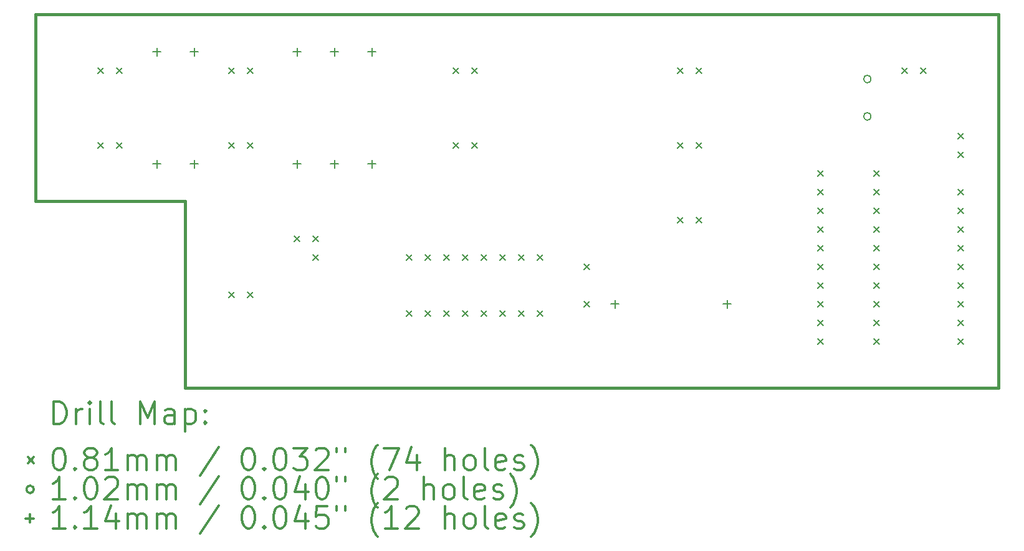
<source format=gbr>
%FSLAX45Y45*%
G04 Gerber Fmt 4.5, Leading zero omitted, Abs format (unit mm)*
G04 Created by KiCad (PCBNEW 4.0.5+dfsg1-4+deb9u1) date Sun Sep  4 20:05:11 2022*
%MOMM*%
%LPD*%
G01*
G04 APERTURE LIST*
%ADD10C,0.127000*%
%ADD11C,0.381000*%
%ADD12C,0.200000*%
%ADD13C,0.300000*%
G04 APERTURE END LIST*
D10*
D11*
X21717000Y-12573000D02*
X21717000Y-7493000D01*
X10668000Y-12573000D02*
X21717000Y-12573000D01*
X10668000Y-10033000D02*
X10668000Y-12573000D01*
X8636000Y-10033000D02*
X10668000Y-10033000D01*
X8636000Y-7493000D02*
X8636000Y-10033000D01*
X13208000Y-7493000D02*
X21717000Y-7493000D01*
X8636000Y-7493000D02*
X13208000Y-7493000D01*
D12*
X9484360Y-8214360D02*
X9565640Y-8295640D01*
X9565640Y-8214360D02*
X9484360Y-8295640D01*
X9484360Y-9230360D02*
X9565640Y-9311640D01*
X9565640Y-9230360D02*
X9484360Y-9311640D01*
X9738360Y-8214360D02*
X9819640Y-8295640D01*
X9819640Y-8214360D02*
X9738360Y-8295640D01*
X9738360Y-9230360D02*
X9819640Y-9311640D01*
X9819640Y-9230360D02*
X9738360Y-9311640D01*
X11262360Y-8214360D02*
X11343640Y-8295640D01*
X11343640Y-8214360D02*
X11262360Y-8295640D01*
X11262360Y-9230360D02*
X11343640Y-9311640D01*
X11343640Y-9230360D02*
X11262360Y-9311640D01*
X11262360Y-11262360D02*
X11343640Y-11343640D01*
X11343640Y-11262360D02*
X11262360Y-11343640D01*
X11516360Y-8214360D02*
X11597640Y-8295640D01*
X11597640Y-8214360D02*
X11516360Y-8295640D01*
X11516360Y-9230360D02*
X11597640Y-9311640D01*
X11597640Y-9230360D02*
X11516360Y-9311640D01*
X11516360Y-11262360D02*
X11597640Y-11343640D01*
X11597640Y-11262360D02*
X11516360Y-11343640D01*
X12151360Y-10500360D02*
X12232640Y-10581640D01*
X12232640Y-10500360D02*
X12151360Y-10581640D01*
X12405360Y-10500360D02*
X12486640Y-10581640D01*
X12486640Y-10500360D02*
X12405360Y-10581640D01*
X12405360Y-10754360D02*
X12486640Y-10835640D01*
X12486640Y-10754360D02*
X12405360Y-10835640D01*
X13675360Y-10754360D02*
X13756640Y-10835640D01*
X13756640Y-10754360D02*
X13675360Y-10835640D01*
X13675360Y-11516360D02*
X13756640Y-11597640D01*
X13756640Y-11516360D02*
X13675360Y-11597640D01*
X13929360Y-10754360D02*
X14010640Y-10835640D01*
X14010640Y-10754360D02*
X13929360Y-10835640D01*
X13929360Y-11516360D02*
X14010640Y-11597640D01*
X14010640Y-11516360D02*
X13929360Y-11597640D01*
X14183360Y-10754360D02*
X14264640Y-10835640D01*
X14264640Y-10754360D02*
X14183360Y-10835640D01*
X14183360Y-11516360D02*
X14264640Y-11597640D01*
X14264640Y-11516360D02*
X14183360Y-11597640D01*
X14310360Y-8214360D02*
X14391640Y-8295640D01*
X14391640Y-8214360D02*
X14310360Y-8295640D01*
X14310360Y-9230360D02*
X14391640Y-9311640D01*
X14391640Y-9230360D02*
X14310360Y-9311640D01*
X14437360Y-10754360D02*
X14518640Y-10835640D01*
X14518640Y-10754360D02*
X14437360Y-10835640D01*
X14437360Y-11516360D02*
X14518640Y-11597640D01*
X14518640Y-11516360D02*
X14437360Y-11597640D01*
X14564360Y-8214360D02*
X14645640Y-8295640D01*
X14645640Y-8214360D02*
X14564360Y-8295640D01*
X14564360Y-9230360D02*
X14645640Y-9311640D01*
X14645640Y-9230360D02*
X14564360Y-9311640D01*
X14691360Y-10754360D02*
X14772640Y-10835640D01*
X14772640Y-10754360D02*
X14691360Y-10835640D01*
X14691360Y-11516360D02*
X14772640Y-11597640D01*
X14772640Y-11516360D02*
X14691360Y-11597640D01*
X14945360Y-10754360D02*
X15026640Y-10835640D01*
X15026640Y-10754360D02*
X14945360Y-10835640D01*
X14945360Y-11516360D02*
X15026640Y-11597640D01*
X15026640Y-11516360D02*
X14945360Y-11597640D01*
X15199360Y-10754360D02*
X15280640Y-10835640D01*
X15280640Y-10754360D02*
X15199360Y-10835640D01*
X15199360Y-11516360D02*
X15280640Y-11597640D01*
X15280640Y-11516360D02*
X15199360Y-11597640D01*
X15453360Y-10754360D02*
X15534640Y-10835640D01*
X15534640Y-10754360D02*
X15453360Y-10835640D01*
X15453360Y-11516360D02*
X15534640Y-11597640D01*
X15534640Y-11516360D02*
X15453360Y-11597640D01*
X16088360Y-10881360D02*
X16169640Y-10962640D01*
X16169640Y-10881360D02*
X16088360Y-10962640D01*
X16088360Y-11389360D02*
X16169640Y-11470640D01*
X16169640Y-11389360D02*
X16088360Y-11470640D01*
X17358360Y-8214360D02*
X17439640Y-8295640D01*
X17439640Y-8214360D02*
X17358360Y-8295640D01*
X17358360Y-9230360D02*
X17439640Y-9311640D01*
X17439640Y-9230360D02*
X17358360Y-9311640D01*
X17358360Y-10246360D02*
X17439640Y-10327640D01*
X17439640Y-10246360D02*
X17358360Y-10327640D01*
X17612360Y-8214360D02*
X17693640Y-8295640D01*
X17693640Y-8214360D02*
X17612360Y-8295640D01*
X17612360Y-9230360D02*
X17693640Y-9311640D01*
X17693640Y-9230360D02*
X17612360Y-9311640D01*
X17612360Y-10246360D02*
X17693640Y-10327640D01*
X17693640Y-10246360D02*
X17612360Y-10327640D01*
X19263360Y-9611360D02*
X19344640Y-9692640D01*
X19344640Y-9611360D02*
X19263360Y-9692640D01*
X19263360Y-9865360D02*
X19344640Y-9946640D01*
X19344640Y-9865360D02*
X19263360Y-9946640D01*
X19263360Y-10119360D02*
X19344640Y-10200640D01*
X19344640Y-10119360D02*
X19263360Y-10200640D01*
X19263360Y-10373360D02*
X19344640Y-10454640D01*
X19344640Y-10373360D02*
X19263360Y-10454640D01*
X19263360Y-10627360D02*
X19344640Y-10708640D01*
X19344640Y-10627360D02*
X19263360Y-10708640D01*
X19263360Y-10881360D02*
X19344640Y-10962640D01*
X19344640Y-10881360D02*
X19263360Y-10962640D01*
X19263360Y-11135360D02*
X19344640Y-11216640D01*
X19344640Y-11135360D02*
X19263360Y-11216640D01*
X19263360Y-11389360D02*
X19344640Y-11470640D01*
X19344640Y-11389360D02*
X19263360Y-11470640D01*
X19263360Y-11643360D02*
X19344640Y-11724640D01*
X19344640Y-11643360D02*
X19263360Y-11724640D01*
X19263360Y-11897360D02*
X19344640Y-11978640D01*
X19344640Y-11897360D02*
X19263360Y-11978640D01*
X20025360Y-9611360D02*
X20106640Y-9692640D01*
X20106640Y-9611360D02*
X20025360Y-9692640D01*
X20025360Y-9865360D02*
X20106640Y-9946640D01*
X20106640Y-9865360D02*
X20025360Y-9946640D01*
X20025360Y-10119360D02*
X20106640Y-10200640D01*
X20106640Y-10119360D02*
X20025360Y-10200640D01*
X20025360Y-10373360D02*
X20106640Y-10454640D01*
X20106640Y-10373360D02*
X20025360Y-10454640D01*
X20025360Y-10627360D02*
X20106640Y-10708640D01*
X20106640Y-10627360D02*
X20025360Y-10708640D01*
X20025360Y-10881360D02*
X20106640Y-10962640D01*
X20106640Y-10881360D02*
X20025360Y-10962640D01*
X20025360Y-11135360D02*
X20106640Y-11216640D01*
X20106640Y-11135360D02*
X20025360Y-11216640D01*
X20025360Y-11389360D02*
X20106640Y-11470640D01*
X20106640Y-11389360D02*
X20025360Y-11470640D01*
X20025360Y-11643360D02*
X20106640Y-11724640D01*
X20106640Y-11643360D02*
X20025360Y-11724640D01*
X20025360Y-11897360D02*
X20106640Y-11978640D01*
X20106640Y-11897360D02*
X20025360Y-11978640D01*
X20406360Y-8214360D02*
X20487640Y-8295640D01*
X20487640Y-8214360D02*
X20406360Y-8295640D01*
X20660360Y-8214360D02*
X20741640Y-8295640D01*
X20741640Y-8214360D02*
X20660360Y-8295640D01*
X21168360Y-9103360D02*
X21249640Y-9184640D01*
X21249640Y-9103360D02*
X21168360Y-9184640D01*
X21168360Y-9357360D02*
X21249640Y-9438640D01*
X21249640Y-9357360D02*
X21168360Y-9438640D01*
X21168360Y-9865360D02*
X21249640Y-9946640D01*
X21249640Y-9865360D02*
X21168360Y-9946640D01*
X21168360Y-10119360D02*
X21249640Y-10200640D01*
X21249640Y-10119360D02*
X21168360Y-10200640D01*
X21168360Y-10373360D02*
X21249640Y-10454640D01*
X21249640Y-10373360D02*
X21168360Y-10454640D01*
X21168360Y-10627360D02*
X21249640Y-10708640D01*
X21249640Y-10627360D02*
X21168360Y-10708640D01*
X21168360Y-10881360D02*
X21249640Y-10962640D01*
X21249640Y-10881360D02*
X21168360Y-10962640D01*
X21168360Y-11135360D02*
X21249640Y-11216640D01*
X21249640Y-11135360D02*
X21168360Y-11216640D01*
X21168360Y-11389360D02*
X21249640Y-11470640D01*
X21249640Y-11389360D02*
X21168360Y-11470640D01*
X21168360Y-11643360D02*
X21249640Y-11724640D01*
X21249640Y-11643360D02*
X21168360Y-11724640D01*
X21168360Y-11897360D02*
X21249640Y-11978640D01*
X21249640Y-11897360D02*
X21168360Y-11978640D01*
X19989800Y-8369300D02*
G75*
G03X19989800Y-8369300I-50800J0D01*
G01*
X19989800Y-8877300D02*
G75*
G03X19989800Y-8877300I-50800J0D01*
G01*
X10287000Y-7943850D02*
X10287000Y-8058150D01*
X10229850Y-8001000D02*
X10344150Y-8001000D01*
X10287000Y-9467850D02*
X10287000Y-9582150D01*
X10229850Y-9525000D02*
X10344150Y-9525000D01*
X10795000Y-7943850D02*
X10795000Y-8058150D01*
X10737850Y-8001000D02*
X10852150Y-8001000D01*
X10795000Y-9467850D02*
X10795000Y-9582150D01*
X10737850Y-9525000D02*
X10852150Y-9525000D01*
X12192000Y-7943850D02*
X12192000Y-8058150D01*
X12134850Y-8001000D02*
X12249150Y-8001000D01*
X12192000Y-9467850D02*
X12192000Y-9582150D01*
X12134850Y-9525000D02*
X12249150Y-9525000D01*
X12700000Y-7943850D02*
X12700000Y-8058150D01*
X12642850Y-8001000D02*
X12757150Y-8001000D01*
X12700000Y-9467850D02*
X12700000Y-9582150D01*
X12642850Y-9525000D02*
X12757150Y-9525000D01*
X13208000Y-7943850D02*
X13208000Y-8058150D01*
X13150850Y-8001000D02*
X13265150Y-8001000D01*
X13208000Y-9467850D02*
X13208000Y-9582150D01*
X13150850Y-9525000D02*
X13265150Y-9525000D01*
X16510000Y-11372850D02*
X16510000Y-11487150D01*
X16452850Y-11430000D02*
X16567150Y-11430000D01*
X18034000Y-11372850D02*
X18034000Y-11487150D01*
X17976850Y-11430000D02*
X18091150Y-11430000D01*
D13*
X8888379Y-13057764D02*
X8888379Y-12757764D01*
X8959807Y-12757764D01*
X9002664Y-12772050D01*
X9031236Y-12800621D01*
X9045521Y-12829193D01*
X9059807Y-12886336D01*
X9059807Y-12929193D01*
X9045521Y-12986336D01*
X9031236Y-13014907D01*
X9002664Y-13043479D01*
X8959807Y-13057764D01*
X8888379Y-13057764D01*
X9188379Y-13057764D02*
X9188379Y-12857764D01*
X9188379Y-12914907D02*
X9202664Y-12886336D01*
X9216950Y-12872050D01*
X9245521Y-12857764D01*
X9274093Y-12857764D01*
X9374093Y-13057764D02*
X9374093Y-12857764D01*
X9374093Y-12757764D02*
X9359807Y-12772050D01*
X9374093Y-12786336D01*
X9388379Y-12772050D01*
X9374093Y-12757764D01*
X9374093Y-12786336D01*
X9559807Y-13057764D02*
X9531236Y-13043479D01*
X9516950Y-13014907D01*
X9516950Y-12757764D01*
X9716950Y-13057764D02*
X9688379Y-13043479D01*
X9674093Y-13014907D01*
X9674093Y-12757764D01*
X10059807Y-13057764D02*
X10059807Y-12757764D01*
X10159807Y-12972050D01*
X10259807Y-12757764D01*
X10259807Y-13057764D01*
X10531236Y-13057764D02*
X10531236Y-12900621D01*
X10516950Y-12872050D01*
X10488379Y-12857764D01*
X10431236Y-12857764D01*
X10402664Y-12872050D01*
X10531236Y-13043479D02*
X10502664Y-13057764D01*
X10431236Y-13057764D01*
X10402664Y-13043479D01*
X10388379Y-13014907D01*
X10388379Y-12986336D01*
X10402664Y-12957764D01*
X10431236Y-12943479D01*
X10502664Y-12943479D01*
X10531236Y-12929193D01*
X10674093Y-12857764D02*
X10674093Y-13157764D01*
X10674093Y-12872050D02*
X10702664Y-12857764D01*
X10759807Y-12857764D01*
X10788379Y-12872050D01*
X10802664Y-12886336D01*
X10816950Y-12914907D01*
X10816950Y-13000621D01*
X10802664Y-13029193D01*
X10788379Y-13043479D01*
X10759807Y-13057764D01*
X10702664Y-13057764D01*
X10674093Y-13043479D01*
X10945521Y-13029193D02*
X10959807Y-13043479D01*
X10945521Y-13057764D01*
X10931236Y-13043479D01*
X10945521Y-13029193D01*
X10945521Y-13057764D01*
X10945521Y-12872050D02*
X10959807Y-12886336D01*
X10945521Y-12900621D01*
X10931236Y-12886336D01*
X10945521Y-12872050D01*
X10945521Y-12900621D01*
X8535670Y-13511410D02*
X8616950Y-13592690D01*
X8616950Y-13511410D02*
X8535670Y-13592690D01*
X8945521Y-13387764D02*
X8974093Y-13387764D01*
X9002664Y-13402050D01*
X9016950Y-13416336D01*
X9031236Y-13444907D01*
X9045521Y-13502050D01*
X9045521Y-13573479D01*
X9031236Y-13630621D01*
X9016950Y-13659193D01*
X9002664Y-13673479D01*
X8974093Y-13687764D01*
X8945521Y-13687764D01*
X8916950Y-13673479D01*
X8902664Y-13659193D01*
X8888379Y-13630621D01*
X8874093Y-13573479D01*
X8874093Y-13502050D01*
X8888379Y-13444907D01*
X8902664Y-13416336D01*
X8916950Y-13402050D01*
X8945521Y-13387764D01*
X9174093Y-13659193D02*
X9188379Y-13673479D01*
X9174093Y-13687764D01*
X9159807Y-13673479D01*
X9174093Y-13659193D01*
X9174093Y-13687764D01*
X9359807Y-13516336D02*
X9331236Y-13502050D01*
X9316950Y-13487764D01*
X9302664Y-13459193D01*
X9302664Y-13444907D01*
X9316950Y-13416336D01*
X9331236Y-13402050D01*
X9359807Y-13387764D01*
X9416950Y-13387764D01*
X9445521Y-13402050D01*
X9459807Y-13416336D01*
X9474093Y-13444907D01*
X9474093Y-13459193D01*
X9459807Y-13487764D01*
X9445521Y-13502050D01*
X9416950Y-13516336D01*
X9359807Y-13516336D01*
X9331236Y-13530621D01*
X9316950Y-13544907D01*
X9302664Y-13573479D01*
X9302664Y-13630621D01*
X9316950Y-13659193D01*
X9331236Y-13673479D01*
X9359807Y-13687764D01*
X9416950Y-13687764D01*
X9445521Y-13673479D01*
X9459807Y-13659193D01*
X9474093Y-13630621D01*
X9474093Y-13573479D01*
X9459807Y-13544907D01*
X9445521Y-13530621D01*
X9416950Y-13516336D01*
X9759807Y-13687764D02*
X9588379Y-13687764D01*
X9674093Y-13687764D02*
X9674093Y-13387764D01*
X9645521Y-13430621D01*
X9616950Y-13459193D01*
X9588379Y-13473479D01*
X9888379Y-13687764D02*
X9888379Y-13487764D01*
X9888379Y-13516336D02*
X9902664Y-13502050D01*
X9931236Y-13487764D01*
X9974093Y-13487764D01*
X10002664Y-13502050D01*
X10016950Y-13530621D01*
X10016950Y-13687764D01*
X10016950Y-13530621D02*
X10031236Y-13502050D01*
X10059807Y-13487764D01*
X10102664Y-13487764D01*
X10131236Y-13502050D01*
X10145521Y-13530621D01*
X10145521Y-13687764D01*
X10288379Y-13687764D02*
X10288379Y-13487764D01*
X10288379Y-13516336D02*
X10302664Y-13502050D01*
X10331236Y-13487764D01*
X10374093Y-13487764D01*
X10402664Y-13502050D01*
X10416950Y-13530621D01*
X10416950Y-13687764D01*
X10416950Y-13530621D02*
X10431236Y-13502050D01*
X10459807Y-13487764D01*
X10502664Y-13487764D01*
X10531236Y-13502050D01*
X10545521Y-13530621D01*
X10545521Y-13687764D01*
X11131236Y-13373479D02*
X10874093Y-13759193D01*
X11516950Y-13387764D02*
X11545521Y-13387764D01*
X11574093Y-13402050D01*
X11588378Y-13416336D01*
X11602664Y-13444907D01*
X11616950Y-13502050D01*
X11616950Y-13573479D01*
X11602664Y-13630621D01*
X11588378Y-13659193D01*
X11574093Y-13673479D01*
X11545521Y-13687764D01*
X11516950Y-13687764D01*
X11488378Y-13673479D01*
X11474093Y-13659193D01*
X11459807Y-13630621D01*
X11445521Y-13573479D01*
X11445521Y-13502050D01*
X11459807Y-13444907D01*
X11474093Y-13416336D01*
X11488378Y-13402050D01*
X11516950Y-13387764D01*
X11745521Y-13659193D02*
X11759807Y-13673479D01*
X11745521Y-13687764D01*
X11731236Y-13673479D01*
X11745521Y-13659193D01*
X11745521Y-13687764D01*
X11945521Y-13387764D02*
X11974093Y-13387764D01*
X12002664Y-13402050D01*
X12016950Y-13416336D01*
X12031235Y-13444907D01*
X12045521Y-13502050D01*
X12045521Y-13573479D01*
X12031235Y-13630621D01*
X12016950Y-13659193D01*
X12002664Y-13673479D01*
X11974093Y-13687764D01*
X11945521Y-13687764D01*
X11916950Y-13673479D01*
X11902664Y-13659193D01*
X11888378Y-13630621D01*
X11874093Y-13573479D01*
X11874093Y-13502050D01*
X11888378Y-13444907D01*
X11902664Y-13416336D01*
X11916950Y-13402050D01*
X11945521Y-13387764D01*
X12145521Y-13387764D02*
X12331235Y-13387764D01*
X12231235Y-13502050D01*
X12274093Y-13502050D01*
X12302664Y-13516336D01*
X12316950Y-13530621D01*
X12331235Y-13559193D01*
X12331235Y-13630621D01*
X12316950Y-13659193D01*
X12302664Y-13673479D01*
X12274093Y-13687764D01*
X12188378Y-13687764D01*
X12159807Y-13673479D01*
X12145521Y-13659193D01*
X12445521Y-13416336D02*
X12459807Y-13402050D01*
X12488378Y-13387764D01*
X12559807Y-13387764D01*
X12588378Y-13402050D01*
X12602664Y-13416336D01*
X12616950Y-13444907D01*
X12616950Y-13473479D01*
X12602664Y-13516336D01*
X12431235Y-13687764D01*
X12616950Y-13687764D01*
X12731236Y-13387764D02*
X12731236Y-13444907D01*
X12845521Y-13387764D02*
X12845521Y-13444907D01*
X13288378Y-13802050D02*
X13274093Y-13787764D01*
X13245521Y-13744907D01*
X13231235Y-13716336D01*
X13216950Y-13673479D01*
X13202664Y-13602050D01*
X13202664Y-13544907D01*
X13216950Y-13473479D01*
X13231235Y-13430621D01*
X13245521Y-13402050D01*
X13274093Y-13359193D01*
X13288378Y-13344907D01*
X13374093Y-13387764D02*
X13574093Y-13387764D01*
X13445521Y-13687764D01*
X13816950Y-13487764D02*
X13816950Y-13687764D01*
X13745521Y-13373479D02*
X13674093Y-13587764D01*
X13859807Y-13587764D01*
X14202664Y-13687764D02*
X14202664Y-13387764D01*
X14331235Y-13687764D02*
X14331235Y-13530621D01*
X14316950Y-13502050D01*
X14288378Y-13487764D01*
X14245521Y-13487764D01*
X14216950Y-13502050D01*
X14202664Y-13516336D01*
X14516950Y-13687764D02*
X14488378Y-13673479D01*
X14474093Y-13659193D01*
X14459807Y-13630621D01*
X14459807Y-13544907D01*
X14474093Y-13516336D01*
X14488378Y-13502050D01*
X14516950Y-13487764D01*
X14559807Y-13487764D01*
X14588378Y-13502050D01*
X14602664Y-13516336D01*
X14616950Y-13544907D01*
X14616950Y-13630621D01*
X14602664Y-13659193D01*
X14588378Y-13673479D01*
X14559807Y-13687764D01*
X14516950Y-13687764D01*
X14788378Y-13687764D02*
X14759807Y-13673479D01*
X14745521Y-13644907D01*
X14745521Y-13387764D01*
X15016950Y-13673479D02*
X14988378Y-13687764D01*
X14931236Y-13687764D01*
X14902664Y-13673479D01*
X14888378Y-13644907D01*
X14888378Y-13530621D01*
X14902664Y-13502050D01*
X14931236Y-13487764D01*
X14988378Y-13487764D01*
X15016950Y-13502050D01*
X15031236Y-13530621D01*
X15031236Y-13559193D01*
X14888378Y-13587764D01*
X15145521Y-13673479D02*
X15174093Y-13687764D01*
X15231236Y-13687764D01*
X15259807Y-13673479D01*
X15274093Y-13644907D01*
X15274093Y-13630621D01*
X15259807Y-13602050D01*
X15231236Y-13587764D01*
X15188378Y-13587764D01*
X15159807Y-13573479D01*
X15145521Y-13544907D01*
X15145521Y-13530621D01*
X15159807Y-13502050D01*
X15188378Y-13487764D01*
X15231236Y-13487764D01*
X15259807Y-13502050D01*
X15374093Y-13802050D02*
X15388378Y-13787764D01*
X15416950Y-13744907D01*
X15431236Y-13716336D01*
X15445521Y-13673479D01*
X15459807Y-13602050D01*
X15459807Y-13544907D01*
X15445521Y-13473479D01*
X15431236Y-13430621D01*
X15416950Y-13402050D01*
X15388378Y-13359193D01*
X15374093Y-13344907D01*
X8616950Y-13948050D02*
G75*
G03X8616950Y-13948050I-50800J0D01*
G01*
X9045521Y-14083764D02*
X8874093Y-14083764D01*
X8959807Y-14083764D02*
X8959807Y-13783764D01*
X8931236Y-13826621D01*
X8902664Y-13855193D01*
X8874093Y-13869479D01*
X9174093Y-14055193D02*
X9188379Y-14069479D01*
X9174093Y-14083764D01*
X9159807Y-14069479D01*
X9174093Y-14055193D01*
X9174093Y-14083764D01*
X9374093Y-13783764D02*
X9402664Y-13783764D01*
X9431236Y-13798050D01*
X9445521Y-13812336D01*
X9459807Y-13840907D01*
X9474093Y-13898050D01*
X9474093Y-13969479D01*
X9459807Y-14026621D01*
X9445521Y-14055193D01*
X9431236Y-14069479D01*
X9402664Y-14083764D01*
X9374093Y-14083764D01*
X9345521Y-14069479D01*
X9331236Y-14055193D01*
X9316950Y-14026621D01*
X9302664Y-13969479D01*
X9302664Y-13898050D01*
X9316950Y-13840907D01*
X9331236Y-13812336D01*
X9345521Y-13798050D01*
X9374093Y-13783764D01*
X9588379Y-13812336D02*
X9602664Y-13798050D01*
X9631236Y-13783764D01*
X9702664Y-13783764D01*
X9731236Y-13798050D01*
X9745521Y-13812336D01*
X9759807Y-13840907D01*
X9759807Y-13869479D01*
X9745521Y-13912336D01*
X9574093Y-14083764D01*
X9759807Y-14083764D01*
X9888379Y-14083764D02*
X9888379Y-13883764D01*
X9888379Y-13912336D02*
X9902664Y-13898050D01*
X9931236Y-13883764D01*
X9974093Y-13883764D01*
X10002664Y-13898050D01*
X10016950Y-13926621D01*
X10016950Y-14083764D01*
X10016950Y-13926621D02*
X10031236Y-13898050D01*
X10059807Y-13883764D01*
X10102664Y-13883764D01*
X10131236Y-13898050D01*
X10145521Y-13926621D01*
X10145521Y-14083764D01*
X10288379Y-14083764D02*
X10288379Y-13883764D01*
X10288379Y-13912336D02*
X10302664Y-13898050D01*
X10331236Y-13883764D01*
X10374093Y-13883764D01*
X10402664Y-13898050D01*
X10416950Y-13926621D01*
X10416950Y-14083764D01*
X10416950Y-13926621D02*
X10431236Y-13898050D01*
X10459807Y-13883764D01*
X10502664Y-13883764D01*
X10531236Y-13898050D01*
X10545521Y-13926621D01*
X10545521Y-14083764D01*
X11131236Y-13769479D02*
X10874093Y-14155193D01*
X11516950Y-13783764D02*
X11545521Y-13783764D01*
X11574093Y-13798050D01*
X11588378Y-13812336D01*
X11602664Y-13840907D01*
X11616950Y-13898050D01*
X11616950Y-13969479D01*
X11602664Y-14026621D01*
X11588378Y-14055193D01*
X11574093Y-14069479D01*
X11545521Y-14083764D01*
X11516950Y-14083764D01*
X11488378Y-14069479D01*
X11474093Y-14055193D01*
X11459807Y-14026621D01*
X11445521Y-13969479D01*
X11445521Y-13898050D01*
X11459807Y-13840907D01*
X11474093Y-13812336D01*
X11488378Y-13798050D01*
X11516950Y-13783764D01*
X11745521Y-14055193D02*
X11759807Y-14069479D01*
X11745521Y-14083764D01*
X11731236Y-14069479D01*
X11745521Y-14055193D01*
X11745521Y-14083764D01*
X11945521Y-13783764D02*
X11974093Y-13783764D01*
X12002664Y-13798050D01*
X12016950Y-13812336D01*
X12031235Y-13840907D01*
X12045521Y-13898050D01*
X12045521Y-13969479D01*
X12031235Y-14026621D01*
X12016950Y-14055193D01*
X12002664Y-14069479D01*
X11974093Y-14083764D01*
X11945521Y-14083764D01*
X11916950Y-14069479D01*
X11902664Y-14055193D01*
X11888378Y-14026621D01*
X11874093Y-13969479D01*
X11874093Y-13898050D01*
X11888378Y-13840907D01*
X11902664Y-13812336D01*
X11916950Y-13798050D01*
X11945521Y-13783764D01*
X12302664Y-13883764D02*
X12302664Y-14083764D01*
X12231235Y-13769479D02*
X12159807Y-13983764D01*
X12345521Y-13983764D01*
X12516950Y-13783764D02*
X12545521Y-13783764D01*
X12574093Y-13798050D01*
X12588378Y-13812336D01*
X12602664Y-13840907D01*
X12616950Y-13898050D01*
X12616950Y-13969479D01*
X12602664Y-14026621D01*
X12588378Y-14055193D01*
X12574093Y-14069479D01*
X12545521Y-14083764D01*
X12516950Y-14083764D01*
X12488378Y-14069479D01*
X12474093Y-14055193D01*
X12459807Y-14026621D01*
X12445521Y-13969479D01*
X12445521Y-13898050D01*
X12459807Y-13840907D01*
X12474093Y-13812336D01*
X12488378Y-13798050D01*
X12516950Y-13783764D01*
X12731236Y-13783764D02*
X12731236Y-13840907D01*
X12845521Y-13783764D02*
X12845521Y-13840907D01*
X13288378Y-14198050D02*
X13274093Y-14183764D01*
X13245521Y-14140907D01*
X13231235Y-14112336D01*
X13216950Y-14069479D01*
X13202664Y-13998050D01*
X13202664Y-13940907D01*
X13216950Y-13869479D01*
X13231235Y-13826621D01*
X13245521Y-13798050D01*
X13274093Y-13755193D01*
X13288378Y-13740907D01*
X13388378Y-13812336D02*
X13402664Y-13798050D01*
X13431235Y-13783764D01*
X13502664Y-13783764D01*
X13531235Y-13798050D01*
X13545521Y-13812336D01*
X13559807Y-13840907D01*
X13559807Y-13869479D01*
X13545521Y-13912336D01*
X13374093Y-14083764D01*
X13559807Y-14083764D01*
X13916950Y-14083764D02*
X13916950Y-13783764D01*
X14045521Y-14083764D02*
X14045521Y-13926621D01*
X14031235Y-13898050D01*
X14002664Y-13883764D01*
X13959807Y-13883764D01*
X13931235Y-13898050D01*
X13916950Y-13912336D01*
X14231235Y-14083764D02*
X14202664Y-14069479D01*
X14188378Y-14055193D01*
X14174093Y-14026621D01*
X14174093Y-13940907D01*
X14188378Y-13912336D01*
X14202664Y-13898050D01*
X14231235Y-13883764D01*
X14274093Y-13883764D01*
X14302664Y-13898050D01*
X14316950Y-13912336D01*
X14331235Y-13940907D01*
X14331235Y-14026621D01*
X14316950Y-14055193D01*
X14302664Y-14069479D01*
X14274093Y-14083764D01*
X14231235Y-14083764D01*
X14502664Y-14083764D02*
X14474093Y-14069479D01*
X14459807Y-14040907D01*
X14459807Y-13783764D01*
X14731236Y-14069479D02*
X14702664Y-14083764D01*
X14645521Y-14083764D01*
X14616950Y-14069479D01*
X14602664Y-14040907D01*
X14602664Y-13926621D01*
X14616950Y-13898050D01*
X14645521Y-13883764D01*
X14702664Y-13883764D01*
X14731236Y-13898050D01*
X14745521Y-13926621D01*
X14745521Y-13955193D01*
X14602664Y-13983764D01*
X14859807Y-14069479D02*
X14888378Y-14083764D01*
X14945521Y-14083764D01*
X14974093Y-14069479D01*
X14988378Y-14040907D01*
X14988378Y-14026621D01*
X14974093Y-13998050D01*
X14945521Y-13983764D01*
X14902664Y-13983764D01*
X14874093Y-13969479D01*
X14859807Y-13940907D01*
X14859807Y-13926621D01*
X14874093Y-13898050D01*
X14902664Y-13883764D01*
X14945521Y-13883764D01*
X14974093Y-13898050D01*
X15088378Y-14198050D02*
X15102664Y-14183764D01*
X15131236Y-14140907D01*
X15145521Y-14112336D01*
X15159807Y-14069479D01*
X15174093Y-13998050D01*
X15174093Y-13940907D01*
X15159807Y-13869479D01*
X15145521Y-13826621D01*
X15131236Y-13798050D01*
X15102664Y-13755193D01*
X15088378Y-13740907D01*
X8559800Y-14286900D02*
X8559800Y-14401200D01*
X8502650Y-14344050D02*
X8616950Y-14344050D01*
X9045521Y-14479764D02*
X8874093Y-14479764D01*
X8959807Y-14479764D02*
X8959807Y-14179764D01*
X8931236Y-14222621D01*
X8902664Y-14251193D01*
X8874093Y-14265479D01*
X9174093Y-14451193D02*
X9188379Y-14465479D01*
X9174093Y-14479764D01*
X9159807Y-14465479D01*
X9174093Y-14451193D01*
X9174093Y-14479764D01*
X9474093Y-14479764D02*
X9302664Y-14479764D01*
X9388378Y-14479764D02*
X9388378Y-14179764D01*
X9359807Y-14222621D01*
X9331236Y-14251193D01*
X9302664Y-14265479D01*
X9731236Y-14279764D02*
X9731236Y-14479764D01*
X9659807Y-14165479D02*
X9588379Y-14379764D01*
X9774093Y-14379764D01*
X9888379Y-14479764D02*
X9888379Y-14279764D01*
X9888379Y-14308336D02*
X9902664Y-14294050D01*
X9931236Y-14279764D01*
X9974093Y-14279764D01*
X10002664Y-14294050D01*
X10016950Y-14322621D01*
X10016950Y-14479764D01*
X10016950Y-14322621D02*
X10031236Y-14294050D01*
X10059807Y-14279764D01*
X10102664Y-14279764D01*
X10131236Y-14294050D01*
X10145521Y-14322621D01*
X10145521Y-14479764D01*
X10288379Y-14479764D02*
X10288379Y-14279764D01*
X10288379Y-14308336D02*
X10302664Y-14294050D01*
X10331236Y-14279764D01*
X10374093Y-14279764D01*
X10402664Y-14294050D01*
X10416950Y-14322621D01*
X10416950Y-14479764D01*
X10416950Y-14322621D02*
X10431236Y-14294050D01*
X10459807Y-14279764D01*
X10502664Y-14279764D01*
X10531236Y-14294050D01*
X10545521Y-14322621D01*
X10545521Y-14479764D01*
X11131236Y-14165479D02*
X10874093Y-14551193D01*
X11516950Y-14179764D02*
X11545521Y-14179764D01*
X11574093Y-14194050D01*
X11588378Y-14208336D01*
X11602664Y-14236907D01*
X11616950Y-14294050D01*
X11616950Y-14365479D01*
X11602664Y-14422621D01*
X11588378Y-14451193D01*
X11574093Y-14465479D01*
X11545521Y-14479764D01*
X11516950Y-14479764D01*
X11488378Y-14465479D01*
X11474093Y-14451193D01*
X11459807Y-14422621D01*
X11445521Y-14365479D01*
X11445521Y-14294050D01*
X11459807Y-14236907D01*
X11474093Y-14208336D01*
X11488378Y-14194050D01*
X11516950Y-14179764D01*
X11745521Y-14451193D02*
X11759807Y-14465479D01*
X11745521Y-14479764D01*
X11731236Y-14465479D01*
X11745521Y-14451193D01*
X11745521Y-14479764D01*
X11945521Y-14179764D02*
X11974093Y-14179764D01*
X12002664Y-14194050D01*
X12016950Y-14208336D01*
X12031235Y-14236907D01*
X12045521Y-14294050D01*
X12045521Y-14365479D01*
X12031235Y-14422621D01*
X12016950Y-14451193D01*
X12002664Y-14465479D01*
X11974093Y-14479764D01*
X11945521Y-14479764D01*
X11916950Y-14465479D01*
X11902664Y-14451193D01*
X11888378Y-14422621D01*
X11874093Y-14365479D01*
X11874093Y-14294050D01*
X11888378Y-14236907D01*
X11902664Y-14208336D01*
X11916950Y-14194050D01*
X11945521Y-14179764D01*
X12302664Y-14279764D02*
X12302664Y-14479764D01*
X12231235Y-14165479D02*
X12159807Y-14379764D01*
X12345521Y-14379764D01*
X12602664Y-14179764D02*
X12459807Y-14179764D01*
X12445521Y-14322621D01*
X12459807Y-14308336D01*
X12488378Y-14294050D01*
X12559807Y-14294050D01*
X12588378Y-14308336D01*
X12602664Y-14322621D01*
X12616950Y-14351193D01*
X12616950Y-14422621D01*
X12602664Y-14451193D01*
X12588378Y-14465479D01*
X12559807Y-14479764D01*
X12488378Y-14479764D01*
X12459807Y-14465479D01*
X12445521Y-14451193D01*
X12731236Y-14179764D02*
X12731236Y-14236907D01*
X12845521Y-14179764D02*
X12845521Y-14236907D01*
X13288378Y-14594050D02*
X13274093Y-14579764D01*
X13245521Y-14536907D01*
X13231235Y-14508336D01*
X13216950Y-14465479D01*
X13202664Y-14394050D01*
X13202664Y-14336907D01*
X13216950Y-14265479D01*
X13231235Y-14222621D01*
X13245521Y-14194050D01*
X13274093Y-14151193D01*
X13288378Y-14136907D01*
X13559807Y-14479764D02*
X13388378Y-14479764D01*
X13474093Y-14479764D02*
X13474093Y-14179764D01*
X13445521Y-14222621D01*
X13416950Y-14251193D01*
X13388378Y-14265479D01*
X13674093Y-14208336D02*
X13688378Y-14194050D01*
X13716950Y-14179764D01*
X13788378Y-14179764D01*
X13816950Y-14194050D01*
X13831235Y-14208336D01*
X13845521Y-14236907D01*
X13845521Y-14265479D01*
X13831235Y-14308336D01*
X13659807Y-14479764D01*
X13845521Y-14479764D01*
X14202664Y-14479764D02*
X14202664Y-14179764D01*
X14331235Y-14479764D02*
X14331235Y-14322621D01*
X14316950Y-14294050D01*
X14288378Y-14279764D01*
X14245521Y-14279764D01*
X14216950Y-14294050D01*
X14202664Y-14308336D01*
X14516950Y-14479764D02*
X14488378Y-14465479D01*
X14474093Y-14451193D01*
X14459807Y-14422621D01*
X14459807Y-14336907D01*
X14474093Y-14308336D01*
X14488378Y-14294050D01*
X14516950Y-14279764D01*
X14559807Y-14279764D01*
X14588378Y-14294050D01*
X14602664Y-14308336D01*
X14616950Y-14336907D01*
X14616950Y-14422621D01*
X14602664Y-14451193D01*
X14588378Y-14465479D01*
X14559807Y-14479764D01*
X14516950Y-14479764D01*
X14788378Y-14479764D02*
X14759807Y-14465479D01*
X14745521Y-14436907D01*
X14745521Y-14179764D01*
X15016950Y-14465479D02*
X14988378Y-14479764D01*
X14931236Y-14479764D01*
X14902664Y-14465479D01*
X14888378Y-14436907D01*
X14888378Y-14322621D01*
X14902664Y-14294050D01*
X14931236Y-14279764D01*
X14988378Y-14279764D01*
X15016950Y-14294050D01*
X15031236Y-14322621D01*
X15031236Y-14351193D01*
X14888378Y-14379764D01*
X15145521Y-14465479D02*
X15174093Y-14479764D01*
X15231236Y-14479764D01*
X15259807Y-14465479D01*
X15274093Y-14436907D01*
X15274093Y-14422621D01*
X15259807Y-14394050D01*
X15231236Y-14379764D01*
X15188378Y-14379764D01*
X15159807Y-14365479D01*
X15145521Y-14336907D01*
X15145521Y-14322621D01*
X15159807Y-14294050D01*
X15188378Y-14279764D01*
X15231236Y-14279764D01*
X15259807Y-14294050D01*
X15374093Y-14594050D02*
X15388378Y-14579764D01*
X15416950Y-14536907D01*
X15431236Y-14508336D01*
X15445521Y-14465479D01*
X15459807Y-14394050D01*
X15459807Y-14336907D01*
X15445521Y-14265479D01*
X15431236Y-14222621D01*
X15416950Y-14194050D01*
X15388378Y-14151193D01*
X15374093Y-14136907D01*
M02*

</source>
